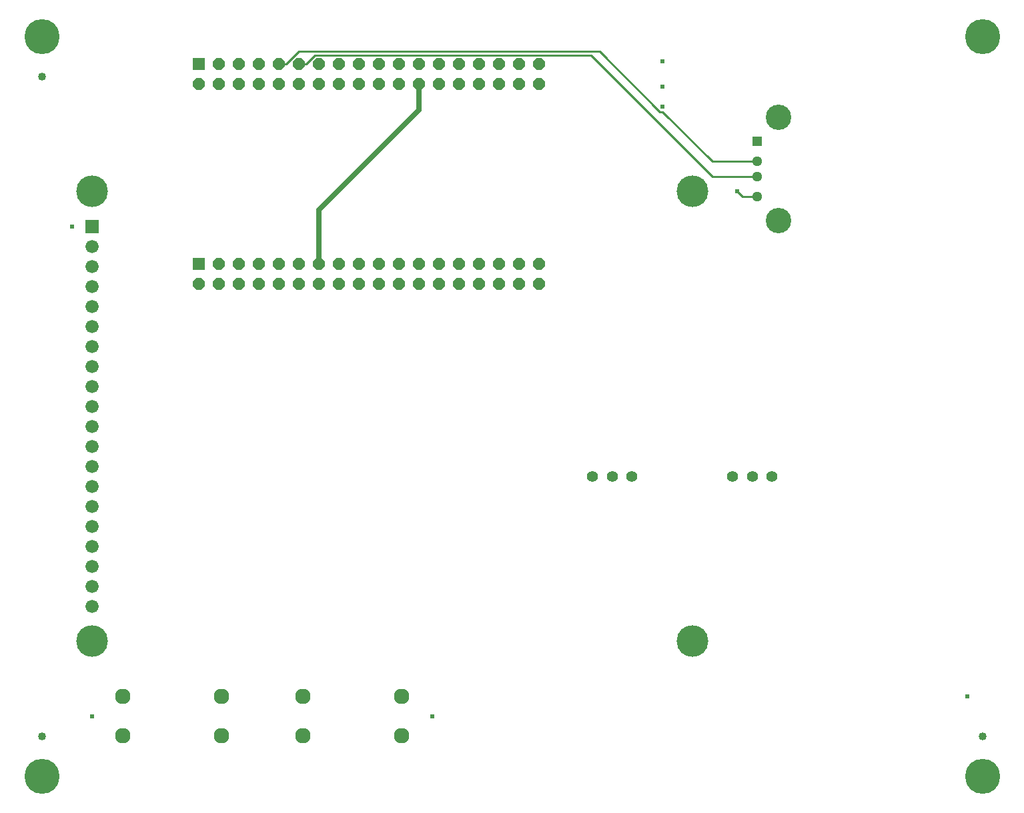
<source format=gbr>
G04 EAGLE Gerber RS-274X export*
G75*
%MOMM*%
%FSLAX34Y34*%
%LPD*%
%INBottom Copper*%
%IPPOS*%
%AMOC8*
5,1,8,0,0,1.08239X$1,22.5*%
G01*
%ADD10R,1.524000X1.524000*%
%ADD11P,1.649562X8X22.500000*%
%ADD12C,1.400000*%
%ADD13C,1.960000*%
%ADD14R,1.676400X1.676400*%
%ADD15C,1.676400*%
%ADD16C,4.016000*%
%ADD17R,1.288000X1.288000*%
%ADD18C,1.288000*%
%ADD19C,3.220000*%
%ADD20C,4.445000*%
%ADD21C,1.016000*%
%ADD22C,0.609600*%
%ADD23C,0.254000*%
%ADD24C,0.635000*%


D10*
X236900Y942600D03*
D11*
X236900Y917200D03*
X262300Y942600D03*
X262300Y917200D03*
X287700Y942600D03*
X287700Y917200D03*
X313100Y942600D03*
X313100Y917200D03*
X338500Y942600D03*
X338500Y917200D03*
X363900Y942600D03*
X363900Y917200D03*
X389300Y942600D03*
X389300Y917200D03*
X414700Y942600D03*
X414700Y917200D03*
X440100Y942600D03*
X440100Y917200D03*
X465500Y942600D03*
X465500Y917200D03*
X490900Y942600D03*
X490900Y917200D03*
X516300Y942600D03*
X516300Y917200D03*
X541700Y942600D03*
X541700Y917200D03*
X567100Y942600D03*
X567100Y917200D03*
X592500Y942600D03*
X592500Y917200D03*
X617900Y942600D03*
X617900Y917200D03*
X643300Y942600D03*
X643300Y917200D03*
X668700Y942600D03*
X668700Y917200D03*
D10*
X236900Y688600D03*
D11*
X236900Y663200D03*
X262300Y688600D03*
X262300Y663200D03*
X287700Y688600D03*
X287700Y663200D03*
X313100Y688600D03*
X313100Y663200D03*
X338500Y688600D03*
X338500Y663200D03*
X363900Y688600D03*
X363900Y663200D03*
X389300Y688600D03*
X389300Y663200D03*
X414700Y688600D03*
X414700Y663200D03*
X440100Y688600D03*
X440100Y663200D03*
X465500Y688600D03*
X465500Y663200D03*
X490900Y688600D03*
X490900Y663200D03*
X516300Y688600D03*
X516300Y663200D03*
X541700Y688600D03*
X541700Y663200D03*
X567100Y688600D03*
X567100Y663200D03*
X592500Y688600D03*
X592500Y663200D03*
X617900Y688600D03*
X617900Y663200D03*
X643300Y688600D03*
X643300Y663200D03*
X668700Y688600D03*
X668700Y663200D03*
D12*
X787000Y419100D03*
X762000Y419100D03*
X737000Y419100D03*
X914800Y419100D03*
X939800Y419100D03*
X964800Y419100D03*
D13*
X265700Y139300D03*
X265700Y89300D03*
X140700Y89300D03*
X140700Y139300D03*
X494300Y139300D03*
X494300Y89300D03*
X369300Y89300D03*
X369300Y139300D03*
D14*
X101600Y736600D03*
D15*
X101600Y711200D03*
X101600Y685800D03*
X101600Y660400D03*
X101600Y635000D03*
X101600Y609600D03*
X101600Y584200D03*
X101600Y558800D03*
X101600Y533400D03*
X101600Y508000D03*
X101600Y482600D03*
X101600Y457200D03*
X101600Y431800D03*
X101600Y406400D03*
X101600Y381000D03*
X101600Y355600D03*
X101600Y330200D03*
X101600Y304800D03*
X101600Y279400D03*
X101600Y254000D03*
D16*
X101600Y781050D03*
X101600Y209550D03*
X863600Y781050D03*
X863600Y209550D03*
D17*
X946150Y844550D03*
D18*
X946150Y819550D03*
X946150Y799550D03*
X946150Y774550D03*
D19*
X973250Y875250D03*
X973250Y743850D03*
D20*
X38100Y38100D03*
X38100Y977900D03*
X1231900Y977900D03*
X1231900Y38100D03*
D21*
X38100Y88900D03*
X38100Y927100D03*
X1231900Y88900D03*
D22*
X825500Y914400D03*
X825500Y889000D03*
X1212850Y139700D03*
D23*
X946150Y774550D02*
X927250Y774550D01*
X920750Y781050D01*
D22*
X920750Y781050D03*
X76200Y736600D03*
X825500Y946150D03*
X533400Y114300D03*
X101600Y114300D03*
D24*
X389300Y688600D02*
X389300Y757600D01*
X516300Y884600D02*
X516300Y917200D01*
X516300Y884600D02*
X389300Y757600D01*
D23*
X822659Y882142D02*
X826008Y882142D01*
X347736Y942600D02*
X338500Y942600D01*
X347736Y942600D02*
X364246Y959110D01*
X745691Y959110D01*
X822659Y882142D01*
X889000Y819150D02*
X945750Y819150D01*
X946150Y819550D01*
X889000Y819150D02*
X826008Y882142D01*
X373136Y942600D02*
X363900Y942600D01*
X373136Y942600D02*
X384566Y954030D01*
X735070Y954030D01*
X889550Y799550D02*
X946150Y799550D01*
X889550Y799550D02*
X735070Y954030D01*
M02*

</source>
